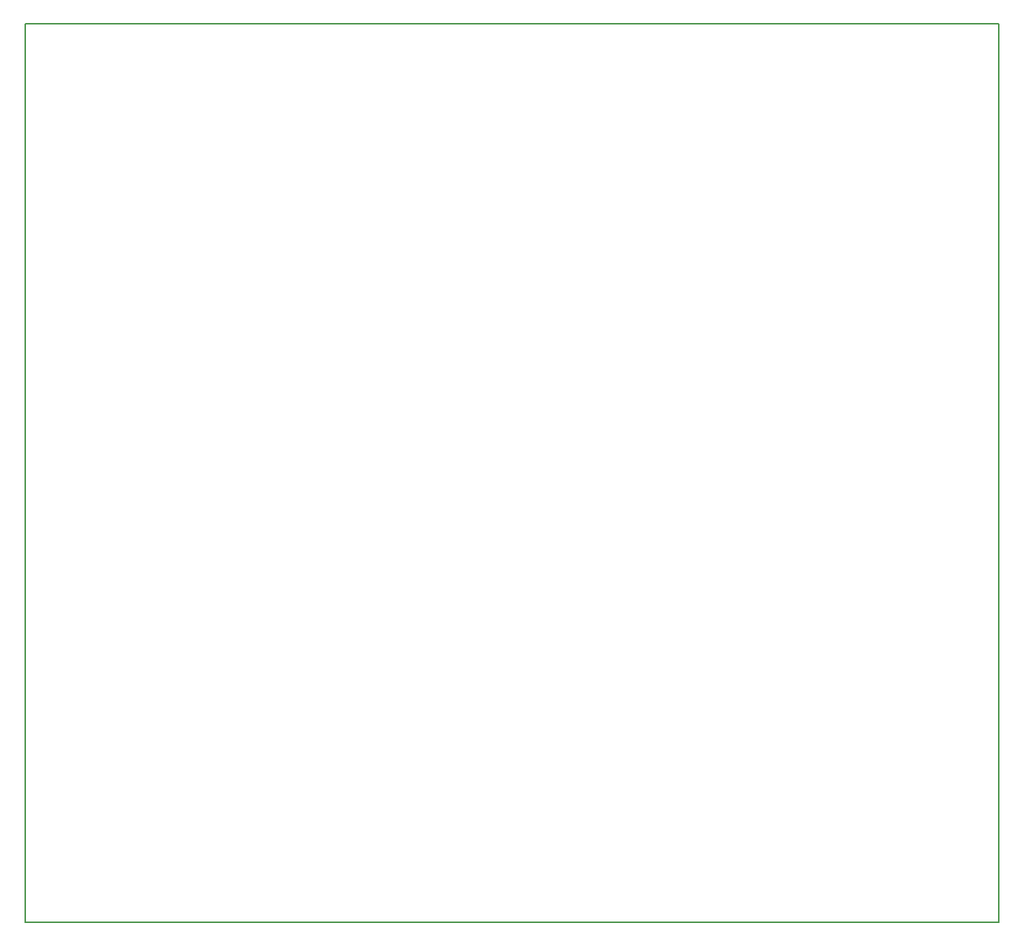
<source format=gbr>
G04 PROTEUS RS274X GERBER FILE*
%FSLAX45Y45*%
%MOMM*%
G01*
%ADD14C,0.203200*%
%TD.AperFunction*%
D14*
X-10230000Y-2750000D02*
X+880000Y-2750000D01*
X+880000Y+7510000D01*
X-10230000Y+7510000D01*
X-10230000Y-2750000D01*
M02*

</source>
